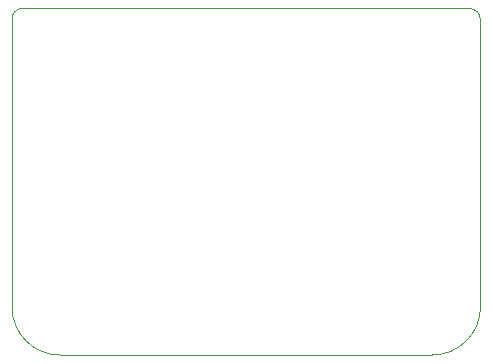
<source format=gbr>
G04 #@! TF.GenerationSoftware,KiCad,Pcbnew,(6.0.0)*
G04 #@! TF.CreationDate,2022-07-24T20:20:56-05:00*
G04 #@! TF.ProjectId,DriveByWireInputSTM32QFN28,44726976-6542-4795-9769-7265496e7075,rev?*
G04 #@! TF.SameCoordinates,Original*
G04 #@! TF.FileFunction,Paste,Bot*
G04 #@! TF.FilePolarity,Positive*
%FSLAX46Y46*%
G04 Gerber Fmt 4.6, Leading zero omitted, Abs format (unit mm)*
G04 Created by KiCad (PCBNEW (6.0.0)) date 2022-07-24 20:20:56*
%MOMM*%
%LPD*%
G01*
G04 APERTURE LIST*
G04 #@! TA.AperFunction,Profile*
%ADD10C,0.050000*%
G04 #@! TD*
G04 APERTURE END LIST*
D10*
X132588000Y-110680500D02*
G75*
G03*
X136652000Y-114744500I4064000J0D01*
G01*
X172239940Y-86360000D02*
X172250164Y-110667800D01*
X132588000Y-110680500D02*
X132588000Y-86296602D01*
X172239940Y-86360000D02*
G75*
G03*
X171279873Y-85389743I-965162J5095D01*
G01*
X168153080Y-114744500D02*
G75*
G03*
X172250164Y-110667800I22733J4074289D01*
G01*
X171279820Y-85389720D02*
X133489685Y-85389720D01*
X133489685Y-85389720D02*
G75*
G03*
X132588000Y-86296602I0J-901700D01*
G01*
X168153080Y-114744500D02*
X136652000Y-114744500D01*
M02*

</source>
